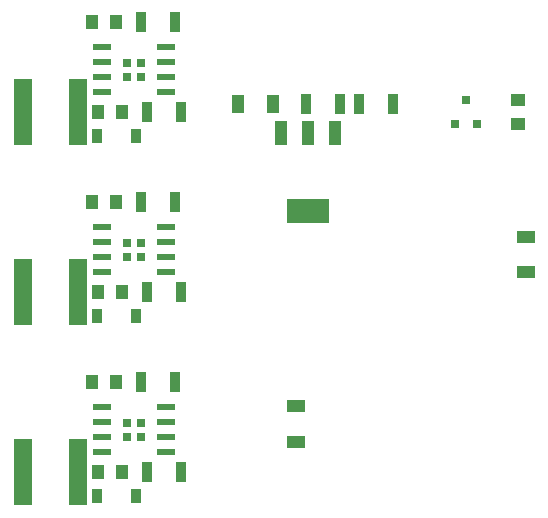
<source format=gtp>
G04 #@! TF.FileFunction,Paste,Top*
%FSLAX46Y46*%
G04 Gerber Fmt 4.6, Leading zero omitted, Abs format (unit mm)*
G04 Created by KiCad (PCBNEW 4.0.4-stable) date 03/13/17 09:42:38*
%MOMM*%
%LPD*%
G01*
G04 APERTURE LIST*
%ADD10C,0.100000*%
%ADD11R,1.000000X1.600000*%
%ADD12R,1.600000X1.000000*%
%ADD13R,1.250000X1.000000*%
%ADD14R,0.900000X1.700000*%
%ADD15R,3.657600X2.032000*%
%ADD16R,1.016000X2.032000*%
%ADD17R,0.800100X0.800100*%
%ADD18R,1.000000X1.250000*%
%ADD19R,0.910000X1.220000*%
%ADD20R,1.550000X0.600000*%
%ADD21R,0.705000X0.705000*%
%ADD22R,1.600000X5.700000*%
G04 APERTURE END LIST*
D10*
D11*
X124055000Y-111125000D03*
X121055000Y-111125000D03*
D12*
X125984000Y-136676000D03*
X125984000Y-139676000D03*
X145415000Y-125325000D03*
X145415000Y-122325000D03*
D13*
X144780000Y-110760000D03*
X144780000Y-112760000D03*
D14*
X126820000Y-111125000D03*
X129720000Y-111125000D03*
X131265000Y-111125000D03*
X134165000Y-111125000D03*
D15*
X127000000Y-120142000D03*
D16*
X127000000Y-113538000D03*
X124714000Y-113538000D03*
X129286000Y-113538000D03*
D17*
X139385000Y-112760760D03*
X141285000Y-112760760D03*
X140335000Y-110761780D03*
D18*
X108728000Y-134620000D03*
X110728000Y-134620000D03*
X108728000Y-119380000D03*
X110728000Y-119380000D03*
X108728000Y-104140000D03*
X110728000Y-104140000D03*
X109236000Y-142240000D03*
X111236000Y-142240000D03*
X109236000Y-127000000D03*
X111236000Y-127000000D03*
X109236000Y-111760000D03*
X111236000Y-111760000D03*
D19*
X109109000Y-144272000D03*
X112379000Y-144272000D03*
X109109000Y-129032000D03*
X112379000Y-129032000D03*
X109109000Y-113792000D03*
X112379000Y-113792000D03*
D14*
X116258000Y-142240000D03*
X113358000Y-142240000D03*
X116258000Y-127000000D03*
X113358000Y-127000000D03*
X116258000Y-111760000D03*
X113358000Y-111760000D03*
X115750000Y-134620000D03*
X112850000Y-134620000D03*
X115750000Y-119380000D03*
X112850000Y-119380000D03*
X115750000Y-104140000D03*
X112850000Y-104140000D03*
D20*
X114968000Y-125349000D03*
X114968000Y-124079000D03*
X114968000Y-122809000D03*
X114968000Y-121539000D03*
X109568000Y-121539000D03*
X109568000Y-122809000D03*
X109568000Y-124079000D03*
X109568000Y-125349000D03*
D21*
X111680500Y-122856500D03*
X111680500Y-124031500D03*
X112855500Y-122856500D03*
X112855500Y-124031500D03*
D20*
X114968000Y-110109000D03*
X114968000Y-108839000D03*
X114968000Y-107569000D03*
X114968000Y-106299000D03*
X109568000Y-106299000D03*
X109568000Y-107569000D03*
X109568000Y-108839000D03*
X109568000Y-110109000D03*
D21*
X111680500Y-107616500D03*
X111680500Y-108791500D03*
X112855500Y-107616500D03*
X112855500Y-108791500D03*
D20*
X114968000Y-140589000D03*
X114968000Y-139319000D03*
X114968000Y-138049000D03*
X114968000Y-136779000D03*
X109568000Y-136779000D03*
X109568000Y-138049000D03*
X109568000Y-139319000D03*
X109568000Y-140589000D03*
D21*
X111680500Y-138096500D03*
X111680500Y-139271500D03*
X112855500Y-138096500D03*
X112855500Y-139271500D03*
D22*
X107506000Y-142240000D03*
X102806000Y-142240000D03*
X107506000Y-127000000D03*
X102806000Y-127000000D03*
X107506000Y-111760000D03*
X102806000Y-111760000D03*
M02*

</source>
